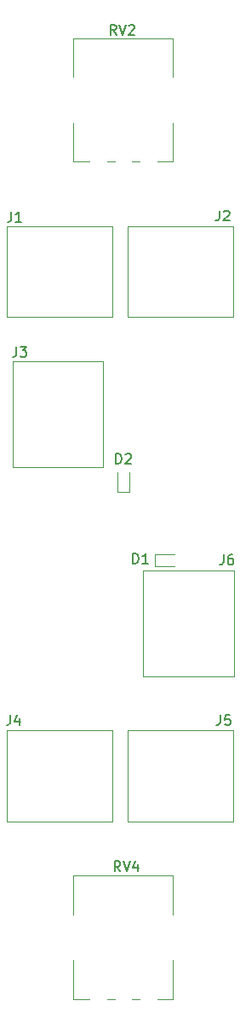
<source format=gbr>
%TF.GenerationSoftware,KiCad,Pcbnew,7.0.9*%
%TF.CreationDate,2024-11-09T18:40:38+13:00*%
%TF.ProjectId,VCA,5643412e-6b69-4636-9164-5f7063625858,rev?*%
%TF.SameCoordinates,Original*%
%TF.FileFunction,Legend,Top*%
%TF.FilePolarity,Positive*%
%FSLAX46Y46*%
G04 Gerber Fmt 4.6, Leading zero omitted, Abs format (unit mm)*
G04 Created by KiCad (PCBNEW 7.0.9) date 2024-11-09 18:40:38*
%MOMM*%
%LPD*%
G01*
G04 APERTURE LIST*
%ADD10C,0.150000*%
%ADD11C,0.120000*%
%ADD12C,0.100000*%
G04 APERTURE END LIST*
D10*
X111761905Y-69554819D02*
X111761905Y-68554819D01*
X111761905Y-68554819D02*
X112000000Y-68554819D01*
X112000000Y-68554819D02*
X112142857Y-68602438D01*
X112142857Y-68602438D02*
X112238095Y-68697676D01*
X112238095Y-68697676D02*
X112285714Y-68792914D01*
X112285714Y-68792914D02*
X112333333Y-68983390D01*
X112333333Y-68983390D02*
X112333333Y-69126247D01*
X112333333Y-69126247D02*
X112285714Y-69316723D01*
X112285714Y-69316723D02*
X112238095Y-69411961D01*
X112238095Y-69411961D02*
X112142857Y-69507200D01*
X112142857Y-69507200D02*
X112000000Y-69554819D01*
X112000000Y-69554819D02*
X111761905Y-69554819D01*
X112714286Y-68650057D02*
X112761905Y-68602438D01*
X112761905Y-68602438D02*
X112857143Y-68554819D01*
X112857143Y-68554819D02*
X113095238Y-68554819D01*
X113095238Y-68554819D02*
X113190476Y-68602438D01*
X113190476Y-68602438D02*
X113238095Y-68650057D01*
X113238095Y-68650057D02*
X113285714Y-68745295D01*
X113285714Y-68745295D02*
X113285714Y-68840533D01*
X113285714Y-68840533D02*
X113238095Y-68983390D01*
X113238095Y-68983390D02*
X112666667Y-69554819D01*
X112666667Y-69554819D02*
X113285714Y-69554819D01*
X113461905Y-79454819D02*
X113461905Y-78454819D01*
X113461905Y-78454819D02*
X113700000Y-78454819D01*
X113700000Y-78454819D02*
X113842857Y-78502438D01*
X113842857Y-78502438D02*
X113938095Y-78597676D01*
X113938095Y-78597676D02*
X113985714Y-78692914D01*
X113985714Y-78692914D02*
X114033333Y-78883390D01*
X114033333Y-78883390D02*
X114033333Y-79026247D01*
X114033333Y-79026247D02*
X113985714Y-79216723D01*
X113985714Y-79216723D02*
X113938095Y-79311961D01*
X113938095Y-79311961D02*
X113842857Y-79407200D01*
X113842857Y-79407200D02*
X113700000Y-79454819D01*
X113700000Y-79454819D02*
X113461905Y-79454819D01*
X114985714Y-79454819D02*
X114414286Y-79454819D01*
X114700000Y-79454819D02*
X114700000Y-78454819D01*
X114700000Y-78454819D02*
X114604762Y-78597676D01*
X114604762Y-78597676D02*
X114509524Y-78692914D01*
X114509524Y-78692914D02*
X114414286Y-78740533D01*
X122166666Y-94454819D02*
X122166666Y-95169104D01*
X122166666Y-95169104D02*
X122119047Y-95311961D01*
X122119047Y-95311961D02*
X122023809Y-95407200D01*
X122023809Y-95407200D02*
X121880952Y-95454819D01*
X121880952Y-95454819D02*
X121785714Y-95454819D01*
X123119047Y-94454819D02*
X122642857Y-94454819D01*
X122642857Y-94454819D02*
X122595238Y-94931009D01*
X122595238Y-94931009D02*
X122642857Y-94883390D01*
X122642857Y-94883390D02*
X122738095Y-94835771D01*
X122738095Y-94835771D02*
X122976190Y-94835771D01*
X122976190Y-94835771D02*
X123071428Y-94883390D01*
X123071428Y-94883390D02*
X123119047Y-94931009D01*
X123119047Y-94931009D02*
X123166666Y-95026247D01*
X123166666Y-95026247D02*
X123166666Y-95264342D01*
X123166666Y-95264342D02*
X123119047Y-95359580D01*
X123119047Y-95359580D02*
X123071428Y-95407200D01*
X123071428Y-95407200D02*
X122976190Y-95454819D01*
X122976190Y-95454819D02*
X122738095Y-95454819D01*
X122738095Y-95454819D02*
X122642857Y-95407200D01*
X122642857Y-95407200D02*
X122595238Y-95359580D01*
X101366666Y-44554819D02*
X101366666Y-45269104D01*
X101366666Y-45269104D02*
X101319047Y-45411961D01*
X101319047Y-45411961D02*
X101223809Y-45507200D01*
X101223809Y-45507200D02*
X101080952Y-45554819D01*
X101080952Y-45554819D02*
X100985714Y-45554819D01*
X102366666Y-45554819D02*
X101795238Y-45554819D01*
X102080952Y-45554819D02*
X102080952Y-44554819D01*
X102080952Y-44554819D02*
X101985714Y-44697676D01*
X101985714Y-44697676D02*
X101890476Y-44792914D01*
X101890476Y-44792914D02*
X101795238Y-44840533D01*
X101266666Y-94454819D02*
X101266666Y-95169104D01*
X101266666Y-95169104D02*
X101219047Y-95311961D01*
X101219047Y-95311961D02*
X101123809Y-95407200D01*
X101123809Y-95407200D02*
X100980952Y-95454819D01*
X100980952Y-95454819D02*
X100885714Y-95454819D01*
X102171428Y-94788152D02*
X102171428Y-95454819D01*
X101933333Y-94407200D02*
X101695238Y-95121485D01*
X101695238Y-95121485D02*
X102314285Y-95121485D01*
X111804761Y-27054819D02*
X111471428Y-26578628D01*
X111233333Y-27054819D02*
X111233333Y-26054819D01*
X111233333Y-26054819D02*
X111614285Y-26054819D01*
X111614285Y-26054819D02*
X111709523Y-26102438D01*
X111709523Y-26102438D02*
X111757142Y-26150057D01*
X111757142Y-26150057D02*
X111804761Y-26245295D01*
X111804761Y-26245295D02*
X111804761Y-26388152D01*
X111804761Y-26388152D02*
X111757142Y-26483390D01*
X111757142Y-26483390D02*
X111709523Y-26531009D01*
X111709523Y-26531009D02*
X111614285Y-26578628D01*
X111614285Y-26578628D02*
X111233333Y-26578628D01*
X112090476Y-26054819D02*
X112423809Y-27054819D01*
X112423809Y-27054819D02*
X112757142Y-26054819D01*
X113042857Y-26150057D02*
X113090476Y-26102438D01*
X113090476Y-26102438D02*
X113185714Y-26054819D01*
X113185714Y-26054819D02*
X113423809Y-26054819D01*
X113423809Y-26054819D02*
X113519047Y-26102438D01*
X113519047Y-26102438D02*
X113566666Y-26150057D01*
X113566666Y-26150057D02*
X113614285Y-26245295D01*
X113614285Y-26245295D02*
X113614285Y-26340533D01*
X113614285Y-26340533D02*
X113566666Y-26483390D01*
X113566666Y-26483390D02*
X112995238Y-27054819D01*
X112995238Y-27054819D02*
X113614285Y-27054819D01*
X122466666Y-78554819D02*
X122466666Y-79269104D01*
X122466666Y-79269104D02*
X122419047Y-79411961D01*
X122419047Y-79411961D02*
X122323809Y-79507200D01*
X122323809Y-79507200D02*
X122180952Y-79554819D01*
X122180952Y-79554819D02*
X122085714Y-79554819D01*
X123371428Y-78554819D02*
X123180952Y-78554819D01*
X123180952Y-78554819D02*
X123085714Y-78602438D01*
X123085714Y-78602438D02*
X123038095Y-78650057D01*
X123038095Y-78650057D02*
X122942857Y-78792914D01*
X122942857Y-78792914D02*
X122895238Y-78983390D01*
X122895238Y-78983390D02*
X122895238Y-79364342D01*
X122895238Y-79364342D02*
X122942857Y-79459580D01*
X122942857Y-79459580D02*
X122990476Y-79507200D01*
X122990476Y-79507200D02*
X123085714Y-79554819D01*
X123085714Y-79554819D02*
X123276190Y-79554819D01*
X123276190Y-79554819D02*
X123371428Y-79507200D01*
X123371428Y-79507200D02*
X123419047Y-79459580D01*
X123419047Y-79459580D02*
X123466666Y-79364342D01*
X123466666Y-79364342D02*
X123466666Y-79126247D01*
X123466666Y-79126247D02*
X123419047Y-79031009D01*
X123419047Y-79031009D02*
X123371428Y-78983390D01*
X123371428Y-78983390D02*
X123276190Y-78935771D01*
X123276190Y-78935771D02*
X123085714Y-78935771D01*
X123085714Y-78935771D02*
X122990476Y-78983390D01*
X122990476Y-78983390D02*
X122942857Y-79031009D01*
X122942857Y-79031009D02*
X122895238Y-79126247D01*
X122066666Y-44454819D02*
X122066666Y-45169104D01*
X122066666Y-45169104D02*
X122019047Y-45311961D01*
X122019047Y-45311961D02*
X121923809Y-45407200D01*
X121923809Y-45407200D02*
X121780952Y-45454819D01*
X121780952Y-45454819D02*
X121685714Y-45454819D01*
X122495238Y-44550057D02*
X122542857Y-44502438D01*
X122542857Y-44502438D02*
X122638095Y-44454819D01*
X122638095Y-44454819D02*
X122876190Y-44454819D01*
X122876190Y-44454819D02*
X122971428Y-44502438D01*
X122971428Y-44502438D02*
X123019047Y-44550057D01*
X123019047Y-44550057D02*
X123066666Y-44645295D01*
X123066666Y-44645295D02*
X123066666Y-44740533D01*
X123066666Y-44740533D02*
X123019047Y-44883390D01*
X123019047Y-44883390D02*
X122447619Y-45454819D01*
X122447619Y-45454819D02*
X123066666Y-45454819D01*
X112204761Y-109954819D02*
X111871428Y-109478628D01*
X111633333Y-109954819D02*
X111633333Y-108954819D01*
X111633333Y-108954819D02*
X112014285Y-108954819D01*
X112014285Y-108954819D02*
X112109523Y-109002438D01*
X112109523Y-109002438D02*
X112157142Y-109050057D01*
X112157142Y-109050057D02*
X112204761Y-109145295D01*
X112204761Y-109145295D02*
X112204761Y-109288152D01*
X112204761Y-109288152D02*
X112157142Y-109383390D01*
X112157142Y-109383390D02*
X112109523Y-109431009D01*
X112109523Y-109431009D02*
X112014285Y-109478628D01*
X112014285Y-109478628D02*
X111633333Y-109478628D01*
X112490476Y-108954819D02*
X112823809Y-109954819D01*
X112823809Y-109954819D02*
X113157142Y-108954819D01*
X113919047Y-109288152D02*
X113919047Y-109954819D01*
X113680952Y-108907200D02*
X113442857Y-109621485D01*
X113442857Y-109621485D02*
X114061904Y-109621485D01*
X101866666Y-57954819D02*
X101866666Y-58669104D01*
X101866666Y-58669104D02*
X101819047Y-58811961D01*
X101819047Y-58811961D02*
X101723809Y-58907200D01*
X101723809Y-58907200D02*
X101580952Y-58954819D01*
X101580952Y-58954819D02*
X101485714Y-58954819D01*
X102247619Y-57954819D02*
X102866666Y-57954819D01*
X102866666Y-57954819D02*
X102533333Y-58335771D01*
X102533333Y-58335771D02*
X102676190Y-58335771D01*
X102676190Y-58335771D02*
X102771428Y-58383390D01*
X102771428Y-58383390D02*
X102819047Y-58431009D01*
X102819047Y-58431009D02*
X102866666Y-58526247D01*
X102866666Y-58526247D02*
X102866666Y-58764342D01*
X102866666Y-58764342D02*
X102819047Y-58859580D01*
X102819047Y-58859580D02*
X102771428Y-58907200D01*
X102771428Y-58907200D02*
X102676190Y-58954819D01*
X102676190Y-58954819D02*
X102390476Y-58954819D01*
X102390476Y-58954819D02*
X102295238Y-58907200D01*
X102295238Y-58907200D02*
X102247619Y-58859580D01*
D11*
%TO.C,D2*%
X111900000Y-72360000D02*
X113100000Y-72360000D01*
X111900000Y-70400000D02*
X111900000Y-72360000D01*
X113100000Y-70400000D02*
X113100000Y-72360000D01*
%TO.C,D1*%
X115640000Y-78500000D02*
X115640000Y-79700000D01*
X117600000Y-78500000D02*
X115640000Y-78500000D01*
X117600000Y-79700000D02*
X115640000Y-79700000D01*
%TO.C,J5*%
X112900000Y-96000000D02*
X123400000Y-96000000D01*
X112900000Y-105000000D02*
X112900000Y-96000000D01*
X123400000Y-96000000D02*
X123400000Y-105000000D01*
D12*
X123400000Y-105000000D02*
X112900000Y-105000000D01*
D11*
%TO.C,J1*%
X100900000Y-46000000D02*
X111400000Y-46000000D01*
X100900000Y-55000000D02*
X100900000Y-46000000D01*
X111400000Y-46000000D02*
X111400000Y-55000000D01*
D12*
X111400000Y-55000000D02*
X100900000Y-55000000D01*
D11*
%TO.C,J4*%
X100900000Y-96000000D02*
X111400000Y-96000000D01*
X100900000Y-105000000D02*
X100900000Y-96000000D01*
X111400000Y-96000000D02*
X111400000Y-105000000D01*
D12*
X111400000Y-105000000D02*
X100900000Y-105000000D01*
D11*
%TO.C,RV2*%
X107530000Y-39620000D02*
X109129000Y-39620000D01*
X107530000Y-39620000D02*
X107530000Y-35755000D01*
X110871000Y-39620000D02*
X111630000Y-39620000D01*
X113371000Y-39620000D02*
X114130000Y-39620000D01*
X115870000Y-39620000D02*
X117470000Y-39620000D01*
X117470000Y-39620000D02*
X117470000Y-35755000D01*
X107530000Y-31245000D02*
X107530000Y-27380000D01*
X117470000Y-31245000D02*
X117470000Y-27380000D01*
X107530000Y-27380000D02*
X117470000Y-27380000D01*
%TO.C,J6*%
X114500000Y-90600000D02*
X114500000Y-80100000D01*
X123500000Y-90600000D02*
X114500000Y-90600000D01*
X114500000Y-80100000D02*
X123500000Y-80100000D01*
D12*
X123500000Y-80100000D02*
X123500000Y-90600000D01*
D11*
%TO.C,J2*%
X112900000Y-46000000D02*
X123400000Y-46000000D01*
X112900000Y-55000000D02*
X112900000Y-46000000D01*
X123400000Y-46000000D02*
X123400000Y-55000000D01*
D12*
X123400000Y-55000000D02*
X112900000Y-55000000D01*
D11*
%TO.C,RV4*%
X107530000Y-122620000D02*
X109129000Y-122620000D01*
X107530000Y-122620000D02*
X107530000Y-118755000D01*
X110871000Y-122620000D02*
X111630000Y-122620000D01*
X113371000Y-122620000D02*
X114130000Y-122620000D01*
X115870000Y-122620000D02*
X117470000Y-122620000D01*
X117470000Y-122620000D02*
X117470000Y-118755000D01*
X107530000Y-114245000D02*
X107530000Y-110380000D01*
X117470000Y-114245000D02*
X117470000Y-110380000D01*
X107530000Y-110380000D02*
X117470000Y-110380000D01*
%TO.C,J3*%
X110500000Y-59400000D02*
X110500000Y-69900000D01*
X101500000Y-59400000D02*
X110500000Y-59400000D01*
X110500000Y-69900000D02*
X101500000Y-69900000D01*
D12*
X101500000Y-69900000D02*
X101500000Y-59400000D01*
%TD*%
M02*

</source>
